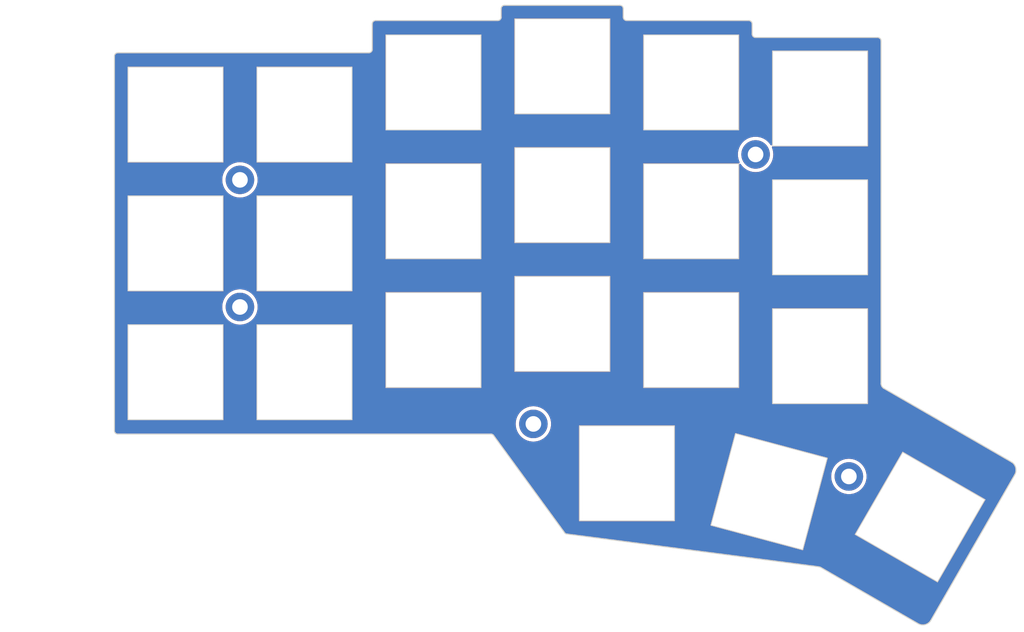
<source format=kicad_pcb>
(kicad_pcb (version 20221018) (generator pcbnew)
  (title_block (title "Corne Top Plate") (date "2018-12-09") (rev "2.1") (company "foostan"))
  (layers (0 "F.Cu" signal) (31 "B.Cu" signal) (34 "B.Paste" user) (35 "F.Paste" user) (36 "B.SilkS" user "B.Silkscreen") (37 "F.SilkS" user "F.Silkscreen") (38 "B.Mask" user) (39 "F.Mask" user) (44 "Edge.Cuts" user))
  (net 0 "")
  (footprint "kbd:M2_Hole_TH" (layer "F.Cu") (at 79.5 86.75)
    (fp_text reference "" (at 0 -3.2) (layer "F.SilkS"))
    (fp_text value "")
    (pad "" thru_hole circle (at 0 0) (size 4.2 4.2) (drill 2.3) (layers "*.Cu" "*.Mask"))
  )
  (footprint "kbd:M2_Hole_TH" (layer "F.Cu") (at 79.5 105.5)
    (fp_text reference "" (at 0 -3.2) (layer "F.SilkS"))
    (fp_text value "")
    (pad "" thru_hole circle (at 0 0) (size 4.2 4.2) (drill 2.3) (layers "*.Cu" "*.Mask"))
  )
  (footprint "kbd:M2_Hole_TH" (layer "F.Cu") (at 155.5 83)
    (fp_text reference "" (at 0 -3.2) (layer "F.SilkS"))
    (fp_text value "")
    (pad "" thru_hole circle (at 0 0) (size 4.2 4.2) (drill 2.3) (layers "*.Cu" "*.Mask"))
  )
  (footprint "kbd:M2_Hole_TH" (layer "F.Cu") (at 122.75 122.75)
    (fp_text reference "" (at 0 -3.2) (layer "F.SilkS"))
    (fp_text value "")
    (pad "" thru_hole circle (at 0 0) (size 4.2 4.2) (drill 2.3) (layers "*.Cu" "*.Mask"))
  )
  (footprint "kbd:M2_Hole_TH" (layer "F.Cu") (at 169.25 130.5)
    (fp_text reference "" (at 0 -3.2) (layer "F.SilkS"))
    (fp_text value "")
    (pad "" thru_hole circle (at 0 0) (size 4.2 4.2) (drill 2.3) (layers "*.Cu" "*.Mask"))
  )
  (footprint "kbd:SW_Hole" (layer "F.Cu") (at 70.01 77.125)
    (fp_text reference "SW2" hide)
    (fp_text value "KEY_SWITCH" hide)
    (fp_line (start -7 -7) (end -7 7) (stroke (width 0.12)) (layer "Edge.Cuts"))
    (fp_line (start -7 7) (end 7 7) (stroke (width 0.12)) (layer "Edge.Cuts"))
    (fp_line (start 7 -7) (end -7 -7) (stroke (width 0.12)) (layer "Edge.Cuts"))
    (fp_line (start 7 7) (end 7 -7) (stroke (width 0.12)) (layer "Edge.Cuts"))
  )
  (footprint "kbd:SW_Hole" (layer "F.Cu") (at 70.01 96.125)
    (fp_text reference "SW2" hide)
    (fp_text value "KEY_SWITCH" hide)
    (fp_line (start -7 -7) (end -7 7) (stroke (width 0.12)) (layer "Edge.Cuts"))
    (fp_line (start -7 7) (end 7 7) (stroke (width 0.12)) (layer "Edge.Cuts"))
    (fp_line (start 7 -7) (end -7 -7) (stroke (width 0.12)) (layer "Edge.Cuts"))
    (fp_line (start 7 7) (end 7 -7) (stroke (width 0.12)) (layer "Edge.Cuts"))
  )
  (footprint "kbd:SW_Hole" (layer "F.Cu") (at 70.01 115.125)
    (fp_text reference "SW2" hide)
    (fp_text value "KEY_SWITCH" hide)
    (fp_line (start -7 -7) (end -7 7) (stroke (width 0.12)) (layer "Edge.Cuts"))
    (fp_line (start -7 7) (end 7 7) (stroke (width 0.12)) (layer "Edge.Cuts"))
    (fp_line (start 7 -7) (end -7 -7) (stroke (width 0.12)) (layer "Edge.Cuts"))
    (fp_line (start 7 7) (end 7 -7) (stroke (width 0.12)) (layer "Edge.Cuts"))
  )
  (footprint "kbd:SW_Hole" (layer "F.Cu") (at 89.01 77.125)
    (fp_text reference "SW2" hide)
    (fp_text value "KEY_SWITCH" hide)
    (fp_line (start -7 -7) (end -7 7) (stroke (width 0.12)) (layer "Edge.Cuts"))
    (fp_line (start -7 7) (end 7 7) (stroke (width 0.12)) (layer "Edge.Cuts"))
    (fp_line (start 7 -7) (end -7 -7) (stroke (width 0.12)) (layer "Edge.Cuts"))
    (fp_line (start 7 7) (end 7 -7) (stroke (width 0.12)) (layer "Edge.Cuts"))
  )
  (footprint "kbd:SW_Hole" (layer "F.Cu") (at 89.01 115.125)
    (fp_text reference "SW2" hide)
    (fp_text value "KEY_SWITCH" hide)
    (fp_line (start -7 -7) (end -7 7) (stroke (width 0.12)) (layer "Edge.Cuts"))
    (fp_line (start -7 7) (end 7 7) (stroke (width 0.12)) (layer "Edge.Cuts"))
    (fp_line (start 7 -7) (end -7 -7) (stroke (width 0.12)) (layer "Edge.Cuts"))
    (fp_line (start 7 7) (end 7 -7) (stroke (width 0.12)) (layer "Edge.Cuts"))
  )
  (footprint "kbd:SW_Hole" (layer "F.Cu") (at 89.01 96.125)
    (fp_text reference "SW2" hide)
    (fp_text value "KEY_SWITCH" hide)
    (fp_line (start -7 -7) (end -7 7) (stroke (width 0.12)) (layer "Edge.Cuts"))
    (fp_line (start -7 7) (end 7 7) (stroke (width 0.12)) (layer "Edge.Cuts"))
    (fp_line (start 7 -7) (end -7 -7) (stroke (width 0.12)) (layer "Edge.Cuts"))
    (fp_line (start 7 7) (end 7 -7) (stroke (width 0.12)) (layer "Edge.Cuts"))
  )
  (footprint "kbd:SW_Hole" (layer "F.Cu") (at 108.01 72.375)
    (fp_text reference "SW2" hide)
    (fp_text value "KEY_SWITCH" hide)
    (fp_line (start -7 -7) (end -7 7) (stroke (width 0.12)) (layer "Edge.Cuts"))
    (fp_line (start -7 7) (end 7 7) (stroke (width 0.12)) (layer "Edge.Cuts"))
    (fp_line (start 7 -7) (end -7 -7) (stroke (width 0.12)) (layer "Edge.Cuts"))
    (fp_line (start 7 7) (end 7 -7) (stroke (width 0.12)) (layer "Edge.Cuts"))
  )
  (footprint "kbd:SW_Hole" (layer "F.Cu") (at 108.01 110.375)
    (fp_text reference "SW2" hide)
    (fp_text value "KEY_SWITCH" hide)
    (fp_line (start -7 -7) (end -7 7) (stroke (width 0.12)) (layer "Edge.Cuts"))
    (fp_line (start -7 7) (end 7 7) (stroke (width 0.12)) (layer "Edge.Cuts"))
    (fp_line (start 7 -7) (end -7 -7) (stroke (width 0.12)) (layer "Edge.Cuts"))
    (fp_line (start 7 7) (end 7 -7) (stroke (width 0.12)) (layer "Edge.Cuts"))
  )
  (footprint "kbd:SW_Hole" (layer "F.Cu") (at 108.01 91.375)
    (fp_text reference "SW2" hide)
    (fp_text value "KEY_SWITCH" hide)
    (fp_line (start -7 -7) (end -7 7) (stroke (width 0.12)) (layer "Edge.Cuts"))
    (fp_line (start -7 7) (end 7 7) (stroke (width 0.12)) (layer "Edge.Cuts"))
    (fp_line (start 7 -7) (end -7 -7) (stroke (width 0.12)) (layer "Edge.Cuts"))
    (fp_line (start 7 7) (end 7 -7) (stroke (width 0.12)) (layer "Edge.Cuts"))
  )
  (footprint "kbd:SW_Hole" (layer "F.Cu") (at 127.01 70)
    (fp_text reference "SW2" hide)
    (fp_text value "KEY_SWITCH" hide)
    (fp_line (start -7 -7) (end -7 7) (stroke (width 0.12)) (layer "Edge.Cuts"))
    (fp_line (start -7 7) (end 7 7) (stroke (width 0.12)) (layer "Edge.Cuts"))
    (fp_line (start 7 -7) (end -7 -7) (stroke (width 0.12)) (layer "Edge.Cuts"))
    (fp_line (start 7 7) (end 7 -7) (stroke (width 0.12)) (layer "Edge.Cuts"))
  )
  (footprint "kbd:SW_Hole" (layer "F.Cu") (at 127.01 108)
    (fp_text reference "SW2" hide)
    (fp_text value "KEY_SWITCH" hide)
    (fp_line (start -7 -7) (end -7 7) (stroke (width 0.12)) (layer "Edge.Cuts"))
    (fp_line (start -7 7) (end 7 7) (stroke (width 0.12)) (layer "Edge.Cuts"))
    (fp_line (start 7 -7) (end -7 -7) (stroke (width 0.12)) (layer "Edge.Cuts"))
    (fp_line (start 7 7) (end 7 -7) (stroke (width 0.12)) (layer "Edge.Cuts"))
  )
  (footprint "kbd:SW_Hole" (layer "F.Cu") (at 127.01 89)
    (fp_text reference "SW2" hide)
    (fp_text value "KEY_SWITCH" hide)
    (fp_line (start -7 -7) (end -7 7) (stroke (width 0.12)) (layer "Edge.Cuts"))
    (fp_line (start -7 7) (end 7 7) (stroke (width 0.12)) (layer "Edge.Cuts"))
    (fp_line (start 7 -7) (end -7 -7) (stroke (width 0.12)) (layer "Edge.Cuts"))
    (fp_line (start 7 7) (end 7 -7) (stroke (width 0.12)) (layer "Edge.Cuts"))
  )
  (footprint "kbd:SW_Hole" (layer "F.Cu") (at 146.01 110.375)
    (fp_text reference "SW2" hide)
    (fp_text value "KEY_SWITCH" hide)
    (fp_line (start -7 -7) (end -7 7) (stroke (width 0.12)) (layer "Edge.Cuts"))
    (fp_line (start -7 7) (end 7 7) (stroke (width 0.12)) (layer "Edge.Cuts"))
    (fp_line (start 7 -7) (end -7 -7) (stroke (width 0.12)) (layer "Edge.Cuts"))
    (fp_line (start 7 7) (end 7 -7) (stroke (width 0.12)) (layer "Edge.Cuts"))
  )
  (footprint "kbd:SW_Hole" (layer "F.Cu") (at 146.01 72.375)
    (fp_text reference "SW2" hide)
    (fp_text value "KEY_SWITCH" hide)
    (fp_line (start -7 -7) (end -7 7) (stroke (width 0.12)) (layer "Edge.Cuts"))
    (fp_line (start -7 7) (end 7 7) (stroke (width 0.12)) (layer "Edge.Cuts"))
    (fp_line (start 7 -7) (end -7 -7) (stroke (width 0.12)) (layer "Edge.Cuts"))
    (fp_line (start 7 7) (end 7 -7) (stroke (width 0.12)) (layer "Edge.Cuts"))
  )
  (footprint "kbd:SW_Hole" (layer "F.Cu") (at 146.01 91.375)
    (fp_text reference "SW2" hide)
    (fp_text value "KEY_SWITCH" hide)
    (fp_line (start -7 -7) (end -7 7) (stroke (width 0.12)) (layer "Edge.Cuts"))
    (fp_line (start -7 7) (end 7 7) (stroke (width 0.12)) (layer "Edge.Cuts"))
    (fp_line (start 7 -7) (end -7 -7) (stroke (width 0.12)) (layer "Edge.Cuts"))
    (fp_line (start 7 7) (end 7 -7) (stroke (width 0.12)) (layer "Edge.Cuts"))
  )
  (footprint "kbd:SW_Hole" (layer "F.Cu") (at 165.01 93.75)
    (fp_text reference "SW2" hide)
    (fp_text value "KEY_SWITCH" hide)
    (fp_line (start -7 -7) (end -7 7) (stroke (width 0.12)) (layer "Edge.Cuts"))
    (fp_line (start -7 7) (end 7 7) (stroke (width 0.12)) (layer "Edge.Cuts"))
    (fp_line (start 7 -7) (end -7 -7) (stroke (width 0.12)) (layer "Edge.Cuts"))
    (fp_line (start 7 7) (end 7 -7) (stroke (width 0.12)) (layer "Edge.Cuts"))
  )
  (footprint "kbd:SW_Hole" (layer "F.Cu") (at 165.01 74.75)
    (fp_text reference "SW2" hide)
    (fp_text value "KEY_SWITCH" hide)
    (fp_line (start -7 -7) (end -7 7) (stroke (width 0.12)) (layer "Edge.Cuts"))
    (fp_line (start -7 7) (end 7 7) (stroke (width 0.12)) (layer "Edge.Cuts"))
    (fp_line (start 7 -7) (end -7 -7) (stroke (width 0.12)) (layer "Edge.Cuts"))
    (fp_line (start 7 7) (end 7 -7) (stroke (width 0.12)) (layer "Edge.Cuts"))
  )
  (footprint "kbd:SW_Hole" (layer "F.Cu") (at 165.01 112.75)
    (fp_text reference "SW2" hide)
    (fp_text value "KEY_SWITCH" hide)
    (fp_line (start -7 -7) (end -7 7) (stroke (width 0.12)) (layer "Edge.Cuts"))
    (fp_line (start -7 7) (end 7 7) (stroke (width 0.12)) (layer "Edge.Cuts"))
    (fp_line (start 7 -7) (end -7 -7) (stroke (width 0.12)) (layer "Edge.Cuts"))
    (fp_line (start 7 7) (end 7 -7) (stroke (width 0.12)) (layer "Edge.Cuts"))
  )
  (footprint "kbd:SW_Hole" (layer "F.Cu") (at 136.53 130.035)
    (fp_text reference "SW2" hide)
    (fp_text value "KEY_SWITCH" hide)
    (fp_line (start -7 -7) (end -7 7) (stroke (width 0.12)) (layer "Edge.Cuts"))
    (fp_line (start -7 7) (end 7 7) (stroke (width 0.12)) (layer "Edge.Cuts"))
    (fp_line (start 7 -7) (end -7 -7) (stroke (width 0.12)) (layer "Edge.Cuts"))
    (fp_line (start 7 7) (end 7 -7) (stroke (width 0.12)) (layer "Edge.Cuts"))
  )
  (footprint "kbd:SW_Hole" (layer "F.Cu") (at 157.492 132.744 -15)
    (fp_text reference "SW2" hide)
    (fp_text value "KEY_SWITCH" hide)
    (fp_line (start -7 -7) (end -7 7) (stroke (width 0.12)) (layer "Edge.Cuts"))
    (fp_line (start -7 7) (end 7 7) (stroke (width 0.12)) (layer "Edge.Cuts"))
    (fp_line (start 7 -7) (end -7 -7) (stroke (width 0.12)) (layer "Edge.Cuts"))
    (fp_line (start 7 7) (end 7 -7) (stroke (width 0.12)) (layer "Edge.Cuts"))
  )
  (footprint "kbd:SW_Hole" (layer "F.Cu") (at 179.75 136.485 -30)
    (fp_text reference "SW2" hide)
    (fp_text value "KEY_SWITCH" hide)
    (fp_line (start -7 -7) (end -7 7) (stroke (width 0.12)) (layer "Edge.Cuts"))
    (fp_line (start -7 7) (end 7 7) (stroke (width 0.12)) (layer "Edge.Cuts"))
    (fp_line (start 7 -7) (end -7 -7) (stroke (width 0.12)) (layer "Edge.Cuts"))
    (fp_line (start 7 7) (end 7 -7) (stroke (width 0.12)) (layer "Edge.Cuts"))
  )
  (gr_arc (start 193.270509 128.396988) (mid 193.860661 129.282182) (end 193.65 130.325) (stroke (width 0.15)) (layer "Edge.Cuts"))
  (gr_arc (start 174.35 117.475) (mid 174.096093 117.183739) (end 173.997282 116.810192) (stroke (width 0.15)) (layer "Edge.Cuts"))
  (gr_arc (start 135.5 61) (mid 135.853553 61.146447) (end 136 61.5) (stroke (width 0.15)) (layer "Edge.Cuts"))
  (gr_line (start 116.853553 124.396447) (end 127.396447 138.853553) (stroke (width 0.15)) (layer "Edge.Cuts"))
  (gr_line (start 117.5 63.25) (end 99.5 63.25) (stroke (width 0.15)) (layer "Edge.Cuts"))
  (gr_line (start 181.297263 151.781465) (end 193.65 130.325) (stroke (width 0.15)) (layer "Edge.Cuts"))
  (gr_arc (start 61 68.5) (mid 61.146447 68.146447) (end 61.5 68) (stroke (width 0.15)) (layer "Edge.Cuts"))
  (gr_line (start 116.5 124.25) (end 61.5 124.25) (stroke (width 0.15)) (layer "Edge.Cuts"))
  (gr_line (start 173.5 65.75) (end 155.5 65.75) (stroke (width 0.15)) (layer "Edge.Cuts"))
  (gr_arc (start 116.5 124.25) (mid 116.691342 124.28806) (end 116.853553 124.396447) (stroke (width 0.15)) (layer "Edge.Cuts"))
  (gr_arc (start 61.5 124.25) (mid 61.146447 124.103553) (end 61 123.75) (stroke (width 0.15)) (layer "Edge.Cuts"))
  (gr_arc (start 99 67.5) (mid 98.853553 67.853553) (end 98.5 68) (stroke (width 0.15)) (layer "Edge.Cuts"))
  (gr_arc (start 154.5 63.25) (mid 154.853553 63.396447) (end 155 63.75) (stroke (width 0.15)) (layer "Edge.Cuts"))
  (gr_arc (start 173.5 65.75) (mid 173.853553 65.896447) (end 174 66.25) (stroke (width 0.15)) (layer "Edge.Cuts"))
  (gr_arc (start 118 61.5) (mid 118.146447 61.146447) (end 118.5 61) (stroke (width 0.15)) (layer "Edge.Cuts"))
  (gr_line (start 98.5 68) (end 61.5 68) (stroke (width 0.15)) (layer "Edge.Cuts"))
  (gr_arc (start 118 62.75) (mid 117.853553 63.103553) (end 117.5 63.25) (stroke (width 0.15)) (layer "Edge.Cuts"))
  (gr_line (start 127.75 139) (end 164.420556 143.770344) (stroke (width 0.15)) (layer "Edge.Cuts"))
  (gr_line (start 165.075 143.9) (end 179.369251 152.160956) (stroke (width 0.15)) (layer "Edge.Cuts"))
  (gr_line (start 174 66.25) (end 173.997282 116.810192) (stroke (width 0.15)) (layer "Edge.Cuts"))
  (gr_line (start 193.270509 128.396988) (end 174.35 117.475) (stroke (width 0.15)) (layer "Edge.Cuts"))
  (gr_line (start 99 63.75) (end 99 67.5) (stroke (width 0.15)) (layer "Edge.Cuts"))
  (gr_line (start 135.5 61) (end 118.5 61) (stroke (width 0.15)) (layer "Edge.Cuts"))
  (gr_arc (start 127.75 139) (mid 127.558658 138.96194) (end 127.396447 138.853553) (stroke (width 0.15)) (layer "Edge.Cuts"))
  (gr_arc (start 164.420556 143.770344) (mid 164.750952 143.819149) (end 165.075 143.9) (stroke (width 0.15)) (layer "Edge.Cuts"))
  (gr_line (start 61 68.5) (end 61 123.75) (stroke (width 0.15)) (layer "Edge.Cuts"))
  (gr_arc (start 181.297263 151.781465) (mid 180.412069 152.371617) (end 179.369251 152.160956) (stroke (width 0.15)) (layer "Edge.Cuts"))
  (gr_arc (start 136.5 63.25) (mid 136.146447 63.103553) (end 136 62.75) (stroke (width 0.15)) (layer "Edge.Cuts"))
  (gr_line (start 136 62.75) (end 136 61.5) (stroke (width 0.15)) (layer "Edge.Cuts"))
  (gr_arc (start 99 63.75) (mid 99.146447 63.396447) (end 99.5 63.25) (stroke (width 0.15)) (layer "Edge.Cuts"))
  (gr_line (start 154.5 63.25) (end 136.5 63.25) (stroke (width 0.15)) (layer "Edge.Cuts"))
  (gr_arc (start 155.5 65.75) (mid 155.146447 65.603553) (end 155 65.25) (stroke (width 0.15)) (layer "Edge.Cuts"))
  (gr_line (start 155 65.25) (end 155 63.75) (stroke (width 0.15)) (layer "Edge.Cuts"))
  (gr_line (start 118 61.5) (end 118 62.75) (stroke (width 0.15)) (layer "Edge.Cuts"))
  (zone (net 0) (net_name "") (layer "F.Cu") (connect_pads (clearance 0.508)) (min_thickness 0.254) (fill yes (thermal_gap 0.508) (thermal_bridge_width 0.508))
    (polygon (pts (xy 136.535 62.875) (xy 155.56 62.875) (xy 155.56 65.225) (xy 174.535 65.225) (xy 174.535 116.7) (xy 195.085 128.65) (xy 180.71 153.475) (xy 164.86 144.3) (xy 127.31 139.425) (xy 116.635 124.65) (xy 60.485 124.65) (xy 60.485 67.6) (xy 98.485 67.6) (xy 98.485 62.85) (xy 117.485 62.85) (xy 117.485 60.475) (xy 136.535 60.475)))
  )
  (zone (net 0) (net_name "") (layer "B.Cu") (connect_pads (clearance 0.508)) (min_thickness 0.254) (fill yes (thermal_gap 0.508) (thermal_bridge_width 0.508))
    (polygon (pts (xy 136.535 62.85) (xy 155.56 62.85) (xy 155.56 65.225) (xy 174.535 65.225) (xy 174.535 116.7) (xy 195.035 128.625) (xy 180.71 153.45) (xy 164.91 144.325) (xy 127.31 139.425) (xy 116.635 124.65) (xy 60.485 124.65) (xy 60.485 67.6) (xy 98.485 67.6) (xy 98.485 62.85) (xy 117.485 62.875) (xy 117.485 60.475) (xy 136.535 60.475)))
  )
)
</source>
